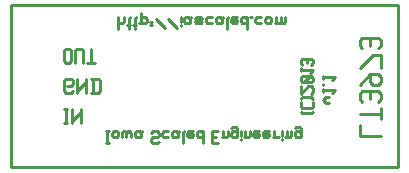
<source format=gbr>
G04 start of page 8 for group -4078 idx -4078 *
G04 Title: (unknown), bottomsilk *
G04 Creator: pcb 20110918 *
G04 CreationDate: Sat 30 Mar 2013 03:35:01 AM GMT UTC *
G04 For: railfan *
G04 Format: Gerber/RS-274X *
G04 PCB-Dimensions: 130000 55000 *
G04 PCB-Coordinate-Origin: lower left *
%MOIN*%
%FSLAX25Y25*%
%LNBOTTOMSILK*%
%ADD40C,0.0100*%
G54D40*X500Y54500D02*Y500D01*
X129500D02*Y54500D01*
X500Y500D02*X129500D01*
Y54500D02*X500D01*
X36000Y46500D02*Y50500D01*
Y49000D02*X36500Y48500D01*
X37500D01*
X38000Y49000D01*
Y50500D01*
X39700Y46500D02*Y50000D01*
X40200Y50500D01*
X39200Y48000D02*X40200D01*
X41700Y46500D02*Y50000D01*
X42200Y50500D01*
X41200Y48000D02*X42200D01*
X43700Y49000D02*Y52000D01*
X43200Y48500D02*X43700Y49000D01*
X44200Y48500D01*
X45200D01*
X45700Y49000D01*
Y50000D01*
X45200Y50500D02*X45700Y50000D01*
X44200Y50500D02*X45200D01*
X43700Y50000D02*X44200Y50500D01*
X46900Y48000D02*X47400D01*
X46900Y49000D02*X47400D01*
X48600Y50000D02*X51600Y47000D01*
X52800Y50000D02*X55800Y47000D01*
X57000Y47500D02*Y48000D01*
Y49000D02*Y50500D01*
X59500Y48500D02*X60000Y49000D01*
X58500Y48500D02*X59500D01*
X58000Y49000D02*X58500Y48500D01*
X58000Y49000D02*Y50000D01*
X58500Y50500D01*
X60000Y48500D02*Y50000D01*
X60500Y50500D01*
X58500D02*X59500D01*
X60000Y50000D01*
X62200Y50500D02*X63700D01*
X64200Y50000D01*
X63700Y49500D02*X64200Y50000D01*
X62200Y49500D02*X63700D01*
X61700Y49000D02*X62200Y49500D01*
X61700Y49000D02*X62200Y48500D01*
X63700D01*
X64200Y49000D01*
X61700Y50000D02*X62200Y50500D01*
X65900Y48500D02*X67400D01*
X65400Y49000D02*X65900Y48500D01*
X65400Y49000D02*Y50000D01*
X65900Y50500D01*
X67400D01*
X70100Y48500D02*X70600Y49000D01*
X69100Y48500D02*X70100D01*
X68600Y49000D02*X69100Y48500D01*
X68600Y49000D02*Y50000D01*
X69100Y50500D01*
X70600Y48500D02*Y50000D01*
X71100Y50500D01*
X69100D02*X70100D01*
X70600Y50000D01*
X72300Y46500D02*Y50000D01*
X72800Y50500D01*
X74300D02*X75800D01*
X73800Y50000D02*X74300Y50500D01*
X73800Y49000D02*Y50000D01*
Y49000D02*X74300Y48500D01*
X75300D01*
X75800Y49000D01*
X73800Y49500D02*X75800D01*
Y49000D02*Y49500D01*
X79000Y46500D02*Y50500D01*
X78500D02*X79000Y50000D01*
X77500Y50500D02*X78500D01*
X77000Y50000D02*X77500Y50500D01*
X77000Y49000D02*Y50000D01*
Y49000D02*X77500Y48500D01*
X78500D01*
X79000Y49000D01*
X80200Y50500D02*X80700D01*
X82400Y48500D02*X83900D01*
X81900Y49000D02*X82400Y48500D01*
X81900Y49000D02*Y50000D01*
X82400Y50500D01*
X83900D01*
X85100Y49000D02*Y50000D01*
Y49000D02*X85600Y48500D01*
X86600D01*
X87100Y49000D01*
Y50000D01*
X86600Y50500D02*X87100Y50000D01*
X85600Y50500D02*X86600D01*
X85100Y50000D02*X85600Y50500D01*
X88800Y49000D02*Y50500D01*
Y49000D02*X89300Y48500D01*
X89800D01*
X90300Y49000D01*
Y50500D01*
Y49000D02*X90800Y48500D01*
X91300D01*
X91800Y49000D01*
Y50500D01*
X88300Y48500D02*X88800Y49000D01*
X32000Y8500D02*X33000D01*
X32500D02*Y12500D01*
X32000D02*X33000D01*
X34200Y11000D02*Y12000D01*
Y11000D02*X34700Y10500D01*
X35700D01*
X36200Y11000D01*
Y12000D01*
X35700Y12500D02*X36200Y12000D01*
X34700Y12500D02*X35700D01*
X34200Y12000D02*X34700Y12500D01*
X37400Y10500D02*Y12000D01*
X37900Y12500D01*
X38400D01*
X38900Y12000D01*
Y10500D02*Y12000D01*
X39400Y12500D01*
X39900D01*
X40400Y12000D01*
Y10500D02*Y12000D01*
X43100Y10500D02*X43600Y11000D01*
X42100Y10500D02*X43100D01*
X41600Y11000D02*X42100Y10500D01*
X41600Y11000D02*Y12000D01*
X42100Y12500D01*
X43600Y10500D02*Y12000D01*
X44100Y12500D01*
X42100D02*X43100D01*
X43600Y12000D01*
X49100Y8500D02*X49600Y9000D01*
X47600Y8500D02*X49100D01*
X47100Y9000D02*X47600Y8500D01*
X47100Y9000D02*Y10000D01*
X47600Y10500D01*
X49100D01*
X49600Y11000D01*
Y12000D01*
X49100Y12500D02*X49600Y12000D01*
X47600Y12500D02*X49100D01*
X47100Y12000D02*X47600Y12500D01*
X51300Y10500D02*X52800D01*
X50800Y11000D02*X51300Y10500D01*
X50800Y11000D02*Y12000D01*
X51300Y12500D01*
X52800D01*
X55500Y10500D02*X56000Y11000D01*
X54500Y10500D02*X55500D01*
X54000Y11000D02*X54500Y10500D01*
X54000Y11000D02*Y12000D01*
X54500Y12500D01*
X56000Y10500D02*Y12000D01*
X56500Y12500D01*
X54500D02*X55500D01*
X56000Y12000D01*
X57700Y8500D02*Y12000D01*
X58200Y12500D01*
X59700D02*X61200D01*
X59200Y12000D02*X59700Y12500D01*
X59200Y11000D02*Y12000D01*
Y11000D02*X59700Y10500D01*
X60700D01*
X61200Y11000D01*
X59200Y11500D02*X61200D01*
Y11000D02*Y11500D01*
X64400Y8500D02*Y12500D01*
X63900D02*X64400Y12000D01*
X62900Y12500D02*X63900D01*
X62400Y12000D02*X62900Y12500D01*
X62400Y11000D02*Y12000D01*
Y11000D02*X62900Y10500D01*
X63900D01*
X64400Y11000D01*
X67400Y10500D02*X68900D01*
X67400Y12500D02*X69400D01*
X67400Y8500D02*Y12500D01*
Y8500D02*X69400D01*
X71100Y11000D02*Y12500D01*
Y11000D02*X71600Y10500D01*
X72100D01*
X72600Y11000D01*
Y12500D01*
X70600Y10500D02*X71100Y11000D01*
X75300Y10500D02*X75800Y11000D01*
X74300Y10500D02*X75300D01*
X73800Y11000D02*X74300Y10500D01*
X73800Y11000D02*Y12000D01*
X74300Y12500D01*
X75300D01*
X75800Y12000D01*
X73800Y13500D02*X74300Y14000D01*
X75300D01*
X75800Y13500D01*
Y10500D02*Y13500D01*
X77000Y9500D02*Y10000D01*
Y11000D02*Y12500D01*
X78500Y11000D02*Y12500D01*
Y11000D02*X79000Y10500D01*
X79500D01*
X80000Y11000D01*
Y12500D01*
X78000Y10500D02*X78500Y11000D01*
X81700Y12500D02*X83200D01*
X81200Y12000D02*X81700Y12500D01*
X81200Y11000D02*Y12000D01*
Y11000D02*X81700Y10500D01*
X82700D01*
X83200Y11000D01*
X81200Y11500D02*X83200D01*
Y11000D02*Y11500D01*
X84900Y12500D02*X86400D01*
X84400Y12000D02*X84900Y12500D01*
X84400Y11000D02*Y12000D01*
Y11000D02*X84900Y10500D01*
X85900D01*
X86400Y11000D01*
X84400Y11500D02*X86400D01*
Y11000D02*Y11500D01*
X88100Y11000D02*Y12500D01*
Y11000D02*X88600Y10500D01*
X89600D01*
X87600D02*X88100Y11000D01*
X90800Y9500D02*Y10000D01*
Y11000D02*Y12500D01*
X92300Y11000D02*Y12500D01*
Y11000D02*X92800Y10500D01*
X93300D01*
X93800Y11000D01*
Y12500D01*
X91800Y10500D02*X92300Y11000D01*
X96500Y10500D02*X97000Y11000D01*
X95500Y10500D02*X96500D01*
X95000Y11000D02*X95500Y10500D01*
X95000Y11000D02*Y12000D01*
X95500Y12500D01*
X96500D01*
X97000Y12000D01*
X95000Y13500D02*X95500Y14000D01*
X96500D01*
X97000Y13500D01*
Y10500D02*Y13500D01*
X18000Y35830D02*Y39490D01*
Y35830D02*X18610Y35220D01*
X19830D01*
X20440Y35830D01*
Y39490D01*
X19830Y40100D02*X20440Y39490D01*
X18610Y40100D02*X19830D01*
X18000Y39490D02*X18610Y40100D01*
X21904Y35220D02*Y39490D01*
X22514Y40100D01*
X23734D01*
X24344Y39490D01*
Y35220D02*Y39490D01*
X25808Y35220D02*X28248D01*
X27028D02*Y40100D01*
X18000Y15220D02*X19220D01*
X18610D02*Y20100D01*
X18000D02*X19220D01*
X20684Y15220D02*Y20100D01*
Y15220D02*Y15830D01*
X23734Y18880D01*
Y15220D02*Y20100D01*
X20440Y25220D02*X21050Y25830D01*
X18610Y25220D02*X20440D01*
X18000Y25830D02*X18610Y25220D01*
X18000Y25830D02*Y29490D01*
X18610Y30100D01*
X20440D01*
X21050Y29490D01*
Y28270D02*Y29490D01*
X20440Y27660D02*X21050Y28270D01*
X19220Y27660D02*X20440D01*
X22514Y25220D02*Y30100D01*
Y25220D02*Y25830D01*
X25564Y28880D01*
Y25220D02*Y30100D01*
X27638Y25220D02*Y30100D01*
X29468Y25220D02*X30078Y25830D01*
Y29490D01*
X29468Y30100D02*X30078Y29490D01*
X27028Y30100D02*X29468D01*
X27028Y25220D02*X29468D01*
X105500Y22000D02*X106500D01*
X105500D02*X104500Y23000D01*
X105500Y24000D01*
X106500D01*
X104500Y25700D02*Y26700D01*
Y26200D02*X108500D01*
X107500Y25200D02*X108500Y26200D01*
X104500Y27900D02*Y28400D01*
Y30100D02*Y31100D01*
Y30600D02*X108500D01*
X107500Y29600D02*X108500Y30600D01*
X97500Y18500D02*X97000Y19000D01*
X100500Y18500D02*X101000Y19000D01*
X97500Y18500D02*X100500D01*
X97000Y20700D02*Y22200D01*
X97500Y20200D02*X97000Y20700D01*
X97500Y20200D02*X100500D01*
X101000Y20700D01*
Y22200D01*
Y23400D02*X100500Y23900D01*
X97500D02*X100500D01*
X97000Y23400D02*X97500Y23900D01*
X100500Y25100D02*X101000Y25600D01*
Y27100D01*
X100500Y27600D01*
X99500D02*X100500D01*
X97000Y25100D02*X99500Y27600D01*
X97000Y25100D02*Y27600D01*
X97500Y28800D02*X97000Y29300D01*
X97500Y28800D02*X100500D01*
X101000Y29300D01*
Y30300D01*
X100500Y30800D01*
X97500D02*X100500D01*
X97000Y30300D02*X97500Y30800D01*
X97000Y29300D02*Y30300D01*
X98000Y28800D02*X100000Y30800D01*
X97000Y32500D02*Y33500D01*
Y33000D02*X101000D01*
X100000Y32000D02*X101000Y33000D01*
X100500Y34700D02*X101000Y35200D01*
Y36200D01*
X100500Y36700D01*
X97500D02*X100500D01*
X97000Y36200D02*X97500Y36700D01*
X97000Y35200D02*Y36200D01*
X97500Y34700D02*X97000Y35200D01*
X99000D02*Y36700D01*
X116650Y11000D02*X123730D01*
X116650D02*Y14540D01*
X123730Y16664D02*Y20204D01*
X116650Y18434D02*X123730D01*
X122845Y22328D02*X123730Y23213D01*
Y24983D01*
X122845Y25868D01*
X117535D02*X122845D01*
X116650Y24983D02*X117535Y25868D01*
X116650Y23213D02*Y24983D01*
X117535Y22328D02*X116650Y23213D01*
X120190D02*Y25868D01*
X116650Y27992D02*X120190Y31532D01*
X122845D01*
X123730Y30647D02*X122845Y31532D01*
X123730Y28877D02*Y30647D01*
X122845Y27992D02*X123730Y28877D01*
X121075Y27992D02*X122845D01*
X121075D02*X120190Y28877D01*
Y31532D01*
X116650Y33656D02*X121075Y38081D01*
X123730D01*
Y33656D02*Y38081D01*
X122845Y40205D02*X123730Y41090D01*
Y42860D01*
X122845Y43745D01*
X117535D02*X122845D01*
X116650Y42860D02*X117535Y43745D01*
X116650Y41090D02*Y42860D01*
X117535Y40205D02*X116650Y41090D01*
X120190D02*Y43745D01*
M02*

</source>
